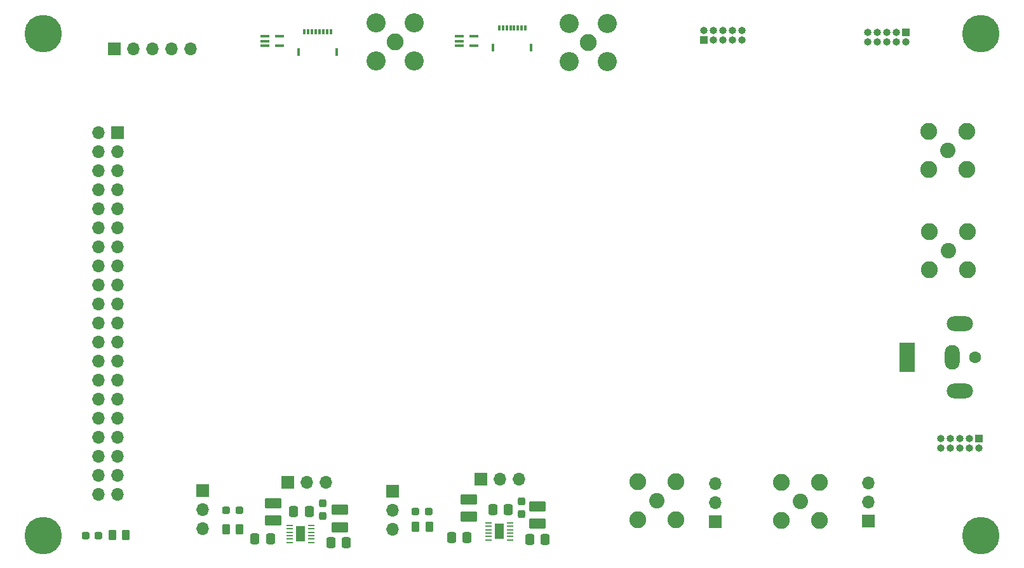
<source format=gbr>
%TF.GenerationSoftware,KiCad,Pcbnew,(7.0.0)*%
%TF.CreationDate,2024-03-13T17:03:37-07:00*%
%TF.ProjectId,2P_miniscope_interconnect_board_v3,32505f6d-696e-4697-9363-6f70655f696e,rev?*%
%TF.SameCoordinates,Original*%
%TF.FileFunction,Soldermask,Top*%
%TF.FilePolarity,Negative*%
%FSLAX46Y46*%
G04 Gerber Fmt 4.6, Leading zero omitted, Abs format (unit mm)*
G04 Created by KiCad (PCBNEW (7.0.0)) date 2024-03-13 17:03:37*
%MOMM*%
%LPD*%
G01*
G04 APERTURE LIST*
G04 Aperture macros list*
%AMRoundRect*
0 Rectangle with rounded corners*
0 $1 Rounding radius*
0 $2 $3 $4 $5 $6 $7 $8 $9 X,Y pos of 4 corners*
0 Add a 4 corners polygon primitive as box body*
4,1,4,$2,$3,$4,$5,$6,$7,$8,$9,$2,$3,0*
0 Add four circle primitives for the rounded corners*
1,1,$1+$1,$2,$3*
1,1,$1+$1,$4,$5*
1,1,$1+$1,$6,$7*
1,1,$1+$1,$8,$9*
0 Add four rect primitives between the rounded corners*
20,1,$1+$1,$2,$3,$4,$5,0*
20,1,$1+$1,$4,$5,$6,$7,0*
20,1,$1+$1,$6,$7,$8,$9,0*
20,1,$1+$1,$8,$9,$2,$3,0*%
G04 Aperture macros list end*
%ADD10C,0.800000*%
%ADD11C,5.000000*%
%ADD12RoundRect,0.237500X0.287500X0.237500X-0.287500X0.237500X-0.287500X-0.237500X0.287500X-0.237500X0*%
%ADD13R,1.000000X1.000000*%
%ADD14O,1.000000X1.000000*%
%ADD15C,2.050000*%
%ADD16C,2.250000*%
%ADD17R,1.700000X1.700000*%
%ADD18O,1.700000X1.700000*%
%ADD19RoundRect,0.250000X-0.262500X-0.450000X0.262500X-0.450000X0.262500X0.450000X-0.262500X0.450000X0*%
%ADD20C,1.600000*%
%ADD21R,2.000000X4.000000*%
%ADD22O,2.000000X3.300000*%
%ADD23O,3.500000X2.000000*%
%ADD24R,1.200000X0.400000*%
%ADD25R,0.300000X0.700000*%
%ADD26R,0.300000X1.000000*%
%ADD27C,2.550000*%
%ADD28RoundRect,0.250000X-0.337500X-0.475000X0.337500X-0.475000X0.337500X0.475000X-0.337500X0.475000X0*%
%ADD29RoundRect,0.237500X-0.237500X0.300000X-0.237500X-0.300000X0.237500X-0.300000X0.237500X0.300000X0*%
%ADD30RoundRect,0.250000X0.337500X0.475000X-0.337500X0.475000X-0.337500X-0.475000X0.337500X-0.475000X0*%
%ADD31R,0.850000X0.250000*%
%ADD32R,1.310000X2.120000*%
%ADD33RoundRect,0.250001X-0.849999X0.462499X-0.849999X-0.462499X0.849999X-0.462499X0.849999X0.462499X0*%
%ADD34RoundRect,0.250001X0.849999X-0.462499X0.849999X0.462499X-0.849999X0.462499X-0.849999X-0.462499X0*%
%ADD35RoundRect,0.250000X0.262500X0.450000X-0.262500X0.450000X-0.262500X-0.450000X0.262500X-0.450000X0*%
G04 APERTURE END LIST*
D10*
%TO.C,H1*%
X78125000Y-150000000D03*
X78674175Y-148674175D03*
X78674175Y-151325825D03*
X80000000Y-148125000D03*
D11*
X80000000Y-150000000D03*
D10*
X80000000Y-151875000D03*
X81325825Y-148674175D03*
X81325825Y-151325825D03*
X81875000Y-150000000D03*
%TD*%
%TO.C,H2*%
X78125000Y-83000000D03*
X78674175Y-81674175D03*
X78674175Y-84325825D03*
X80000000Y-81125000D03*
D11*
X80000000Y-83000000D03*
D10*
X80000000Y-84875000D03*
X81325825Y-81674175D03*
X81325825Y-84325825D03*
X81875000Y-83000000D03*
%TD*%
%TO.C,H3*%
X203125000Y-83000000D03*
X203674175Y-81674175D03*
X203674175Y-84325825D03*
X205000000Y-81125000D03*
D11*
X205000000Y-83000000D03*
D10*
X205000000Y-84875000D03*
X206325825Y-81674175D03*
X206325825Y-84325825D03*
X206875000Y-83000000D03*
%TD*%
%TO.C,H4*%
X203125000Y-150000000D03*
X203674175Y-148674175D03*
X203674175Y-151325825D03*
X205000000Y-148125000D03*
D11*
X205000000Y-150000000D03*
D10*
X205000000Y-151875000D03*
X206325825Y-148674175D03*
X206325825Y-151325825D03*
X206875000Y-150000000D03*
%TD*%
D12*
%TO.C,D2*%
X87406071Y-150025345D03*
X85656071Y-150025345D03*
%TD*%
D13*
%TO.C,J1*%
X204699999Y-137069999D03*
D14*
X204699999Y-138339999D03*
X203429999Y-137069999D03*
X203429999Y-138339999D03*
X202159999Y-137069999D03*
X202159999Y-138339999D03*
X200889999Y-137069999D03*
X200889999Y-138339999D03*
X199619999Y-137069999D03*
X199619999Y-138339999D03*
%TD*%
D15*
%TO.C,J4*%
X200534000Y-98610000D03*
D16*
X197994000Y-96070000D03*
X197994000Y-101150000D03*
X203074000Y-96070000D03*
X203074000Y-101150000D03*
%TD*%
D15*
%TO.C,J5*%
X200630000Y-111970000D03*
D16*
X198090000Y-109430000D03*
X198090000Y-114510000D03*
X203170000Y-109430000D03*
X203170000Y-114510000D03*
%TD*%
D13*
%TO.C,J2*%
X168049999Y-83899999D03*
D14*
X168049999Y-82629999D03*
X169319999Y-83899999D03*
X169319999Y-82629999D03*
X170589999Y-83899999D03*
X170589999Y-82629999D03*
X171859999Y-83899999D03*
X171859999Y-82629999D03*
X173129999Y-83899999D03*
X173129999Y-82629999D03*
%TD*%
D17*
%TO.C,JP1*%
X169609999Y-148159999D03*
D18*
X169609999Y-145619999D03*
X169609999Y-143079999D03*
%TD*%
D17*
%TO.C,JP2*%
X190009999Y-147999999D03*
D18*
X190009999Y-145459999D03*
X190009999Y-142919999D03*
%TD*%
D19*
%TO.C,R1*%
X89212071Y-149898345D03*
X91037071Y-149898345D03*
%TD*%
D20*
%TO.C,J3*%
X204190000Y-126200000D03*
D21*
X195189999Y-126199999D03*
D22*
X201189999Y-126199999D03*
D23*
X202189999Y-130699999D03*
X202189999Y-121699999D03*
%TD*%
D13*
%TO.C,J7*%
X194949999Y-82839999D03*
D14*
X194949999Y-84109999D03*
X193679999Y-82839999D03*
X193679999Y-84109999D03*
X192409999Y-82839999D03*
X192409999Y-84109999D03*
X191139999Y-82839999D03*
X191139999Y-84109999D03*
X189869999Y-82839999D03*
X189869999Y-84109999D03*
%TD*%
D17*
%TO.C,J6*%
X89889999Y-96209999D03*
D18*
X87349999Y-96209999D03*
X89889999Y-98749999D03*
X87349999Y-98749999D03*
X89889999Y-101289999D03*
X87349999Y-101289999D03*
X89889999Y-103829999D03*
X87349999Y-103829999D03*
X89889999Y-106369999D03*
X87349999Y-106369999D03*
X89889999Y-108909999D03*
X87349999Y-108909999D03*
X89889999Y-111449999D03*
X87349999Y-111449999D03*
X89889999Y-113989999D03*
X87349999Y-113989999D03*
X89889999Y-116529999D03*
X87349999Y-116529999D03*
X89889999Y-119069999D03*
X87349999Y-119069999D03*
X89889999Y-121609999D03*
X87349999Y-121609999D03*
X89889999Y-124149999D03*
X87349999Y-124149999D03*
X89889999Y-126689999D03*
X87349999Y-126689999D03*
X89889999Y-129229999D03*
X87349999Y-129229999D03*
X89889999Y-131769999D03*
X87349999Y-131769999D03*
X89889999Y-134309999D03*
X87349999Y-134309999D03*
X89889999Y-136849999D03*
X87349999Y-136849999D03*
X89889999Y-139389999D03*
X87349999Y-139389999D03*
X89889999Y-141929999D03*
X87349999Y-141929999D03*
X89889999Y-144469999D03*
X87349999Y-144469999D03*
%TD*%
D15*
%TO.C,J8*%
X161760000Y-145370000D03*
D16*
X159220000Y-142830000D03*
X159220000Y-147910000D03*
X164300000Y-142830000D03*
X164300000Y-147910000D03*
%TD*%
D15*
%TO.C,J9*%
X180970000Y-145380000D03*
D16*
X178430000Y-142840000D03*
X178430000Y-147920000D03*
X183510000Y-142840000D03*
X183510000Y-147920000D03*
%TD*%
D17*
%TO.C,J12*%
X89499999Y-85059999D03*
D18*
X92039999Y-85059999D03*
X94579999Y-85059999D03*
X97119999Y-85059999D03*
X99659999Y-85059999D03*
%TD*%
D24*
%TO.C,IC3*%
X135499999Y-83349999D03*
X135499999Y-83999999D03*
X135499999Y-84649999D03*
X137399999Y-84649999D03*
X137399999Y-83349999D03*
%TD*%
%TO.C,IC4*%
X109589999Y-83349999D03*
X109589999Y-83999999D03*
X109589999Y-84649999D03*
X111489999Y-84649999D03*
X111489999Y-83349999D03*
%TD*%
D25*
%TO.C,J13*%
X140779999Y-82249999D03*
X141279999Y-82249999D03*
X141779999Y-82249999D03*
X142279999Y-82249999D03*
X142779999Y-82249999D03*
X143279999Y-82249999D03*
X143779999Y-82249999D03*
X144279999Y-82249999D03*
D26*
X139989999Y-84899999D03*
X145069999Y-84899999D03*
%TD*%
D25*
%TO.C,J14*%
X114839999Y-82789999D03*
X115339999Y-82789999D03*
X115839999Y-82789999D03*
X116339999Y-82789999D03*
X116839999Y-82789999D03*
X117339999Y-82789999D03*
X117839999Y-82789999D03*
X118339999Y-82789999D03*
D26*
X114049999Y-85439999D03*
X119129999Y-85439999D03*
%TD*%
D16*
%TO.C,J15*%
X152620000Y-84200000D03*
D27*
X150080000Y-81660000D03*
X150080000Y-86740000D03*
X155160000Y-86740000D03*
X155160000Y-81660000D03*
%TD*%
D16*
%TO.C,J16*%
X126950000Y-84140000D03*
D27*
X124410000Y-81600000D03*
X124410000Y-86680000D03*
X129490000Y-86680000D03*
X129490000Y-81600000D03*
%TD*%
D28*
%TO.C,C1*%
X139922500Y-146530000D03*
X141997500Y-146530000D03*
%TD*%
D29*
%TO.C,C2*%
X117270000Y-145637500D03*
X117270000Y-147362500D03*
%TD*%
D28*
%TO.C,C3*%
X113402500Y-146750000D03*
X115477500Y-146750000D03*
%TD*%
D29*
%TO.C,C4*%
X143740000Y-145397500D03*
X143740000Y-147122500D03*
%TD*%
D30*
%TO.C,C5*%
X110317500Y-150410000D03*
X108242500Y-150410000D03*
%TD*%
D28*
%TO.C,C6*%
X118342500Y-150900000D03*
X120417500Y-150900000D03*
%TD*%
D30*
%TO.C,C7*%
X136497500Y-150270000D03*
X134422500Y-150270000D03*
%TD*%
D28*
%TO.C,C8*%
X144842500Y-150520000D03*
X146917500Y-150520000D03*
%TD*%
D31*
%TO.C,IC1*%
X112849999Y-148634999D03*
X112849999Y-149084999D03*
X112849999Y-149534999D03*
X112849999Y-149984999D03*
X112849999Y-150434999D03*
X112849999Y-150884999D03*
X115749999Y-150884999D03*
X115749999Y-150434999D03*
X115749999Y-149984999D03*
X115749999Y-149534999D03*
X115749999Y-149084999D03*
X115749999Y-148634999D03*
D32*
X114299999Y-149759999D03*
%TD*%
D31*
%TO.C,IC2*%
X139359999Y-148294999D03*
X139359999Y-148744999D03*
X139359999Y-149194999D03*
X139359999Y-149644999D03*
X139359999Y-150094999D03*
X139359999Y-150544999D03*
X142259999Y-150544999D03*
X142259999Y-150094999D03*
X142259999Y-149644999D03*
X142259999Y-149194999D03*
X142259999Y-148744999D03*
X142259999Y-148294999D03*
D32*
X140809999Y-149419999D03*
%TD*%
D33*
%TO.C,L1*%
X110630000Y-145627500D03*
X110630000Y-147952500D03*
%TD*%
%TO.C,L2*%
X136710000Y-145145000D03*
X136710000Y-147470000D03*
%TD*%
D34*
%TO.C,L3*%
X119540000Y-148852500D03*
X119540000Y-146527500D03*
%TD*%
%TO.C,L4*%
X145910000Y-148402500D03*
X145910000Y-146077500D03*
%TD*%
D17*
%TO.C,J10*%
X112579999Y-142849999D03*
D18*
X115119999Y-142849999D03*
X117659999Y-142849999D03*
%TD*%
D17*
%TO.C,J11*%
X138359999Y-142409999D03*
D18*
X140899999Y-142409999D03*
X143439999Y-142409999D03*
%TD*%
D12*
%TO.C,D1*%
X106175000Y-146570000D03*
X104425000Y-146570000D03*
%TD*%
%TO.C,D3*%
X131395000Y-146800000D03*
X129645000Y-146800000D03*
%TD*%
D17*
%TO.C,JP3*%
X101229999Y-143949999D03*
D18*
X101229999Y-146489999D03*
X101229999Y-149029999D03*
%TD*%
D17*
%TO.C,JP4*%
X126559999Y-144029999D03*
D18*
X126559999Y-146569999D03*
X126559999Y-149109999D03*
%TD*%
D35*
%TO.C,R2*%
X106195000Y-149120000D03*
X104370000Y-149120000D03*
%TD*%
%TO.C,R3*%
X131450000Y-148830000D03*
X129625000Y-148830000D03*
%TD*%
M02*

</source>
